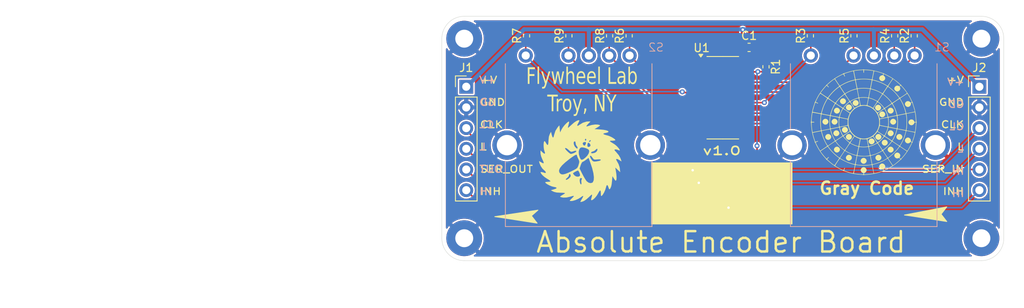
<source format=kicad_pcb>
(kicad_pcb (version 20240108) (generator "pcbnew") (generator_version "8.0")
  (layers (0 "F.Cu" signal) (31 "B.Cu" signal) (34 "B.Paste" user) (35 "F.Paste" user) (36 "B.SilkS" user "B.Silkscreen") (37 "F.SilkS" user "F.Silkscreen") (38 "B.Mask" user) (39 "F.Mask" user) (44 "Edge.Cuts" user))
  (net 0 "")
  (net 1 "GND")
  (net 2 "/LOAD")
  (net 3 "/SER_OUT")
  (net 4 "/CLK")
  (net 5 "VDD")
  (net 6 "/INH")
  (net 7 "/D0")
  (net 8 "/D1")
  (net 9 "/SER_IN")
  (net 10 "/D2")
  (net 11 "/D3")
  (net 12 "/D4")
  (net 13 "/D5")
  (net 14 "/D6")
  (net 16 "/D7")
  (footprint "Package_SO:SOIC-16_3.9x9.9mm_P1.27mm" (layer "F.Cu") (at 204.5 70)
    (property "Reference" "U1" (at -2.6 -6.119806 0) (layer "F.SilkS"))
    (property "Value" "74LS165")
    (pad "1" smd roundrect (at -2.475 -4.445) (size 1.95 0.6) (layers "F.Cu" "F.Paste" "F.Mask") (net 2 "/LOAD"))
    (pad "2" smd roundrect (at -2.475 -3.175) (size 1.95 0.6) (layers "F.Cu" "F.Paste" "F.Mask") (net 4 "/CLK"))
    (pad "3" smd roundrect (at -2.475 -1.905) (size 1.95 0.6) (layers "F.Cu" "F.Paste" "F.Mask") (net 12 "/D4"))
    (pad "4" smd roundrect (at -2.475 -0.635) (size 1.95 0.6) (layers "F.Cu" "F.Paste" "F.Mask") (net 13 "/D5"))
    (pad "5" smd roundrect (at -2.475 0.635) (size 1.95 0.6) (layers "F.Cu" "F.Paste" "F.Mask") (net 14 "/D6"))
    (pad "6" smd roundrect (at -2.475 1.905) (size 1.95 0.6) (layers "F.Cu" "F.Paste" "F.Mask") (net 16 "/D7"))
    (pad "7" smd roundrect (at -2.475 3.175) (size 1.95 0.6) (layers "F.Cu" "F.Paste" "F.Mask"))
    (pad "8" smd roundrect (at -2.475 4.445) (size 1.95 0.6) (layers "F.Cu" "F.Paste" "F.Mask") (net 1 "GND"))
    (pad "9" smd roundrect (at 2.475 4.445) (size 1.95 0.6) (layers "F.Cu" "F.Paste" "F.Mask") (net 3 "/SER_OUT"))
    (pad "10" smd roundrect (at 2.475 3.175) (size 1.95 0.6) (layers "F.Cu" "F.Paste" "F.Mask") (net 9 "/SER_IN"))
    (pad "11" smd roundrect (at 2.475 1.905) (size 1.95 0.6) (layers "F.Cu" "F.Paste" "F.Mask") (net 7 "/D0"))
    (pad "12" smd roundrect (at 2.475 0.635) (size 1.95 0.6) (layers "F.Cu" "F.Paste" "F.Mask") (net 8 "/D1"))
    (pad "13" smd roundrect (at 2.475 -0.635) (size 1.95 0.6) (layers "F.Cu" "F.Paste" "F.Mask") (net 10 "/D2"))
    (pad "14" smd roundrect (at 2.475 -1.905) (size 1.95 0.6) (layers "F.Cu" "F.Paste" "F.Mask") (net 11 "/D3"))
    (pad "15" smd roundrect (at 2.475 -3.175) (size 1.95 0.6) (layers "F.Cu" "F.Paste" "F.Mask") (net 6 "/INH"))
    (pad "16" smd roundrect (at 2.475 -4.445) (size 1.95 0.6) (layers "F.Cu" "F.Paste" "F.Mask") (net 5 "VDD"))
  )
  (footprint "MountingHole:MountingHole_2.2mm_M2_Pad_TopBottom" (layer "F.Cu") (at 172.75 62.75)
    (property "Reference" "H4" (hide yes))
    (property "Value" "Mount PTH")
    (pad "1" thru_hole circle (at 0 0) (size 2.6 2.6) (drill 2.2) (layers "*.Cu" "*.Mask") (net 1 "GND"))
    (pad "1" connect circle (at 0 0) (size 4.4 4.4) (layers "F.Cu" "F.Mask") (net 1 "GND"))
    (pad "1" connect circle (at 0 0) (size 4.4 4.4) (layers "B.Cu" "B.Mask") (net 1 "GND"))
  )
  (footprint "Resistor_SMD:R_0402_1005Metric" (layer "F.Cu") (at 220.6 62.4 90)
    (property "Reference" "R5" (at 0 -1.17 90) (layer "F.SilkS"))
    (property "Value" "100K")
    (pad "1" smd roundrect (at -0.51 0 90) (size 0.54 0.64) (layers "F.Cu" "F.Paste" "F.Mask") (net 11 "/D3"))
    (pad "2" smd roundrect (at 0.51 0 90) (size 0.54 0.64) (layers "F.Cu" "F.Paste" "F.Mask") (net 1 "GND"))
  )
  (footprint "MountingHole:MountingHole_2.2mm_M2_Pad_TopBottom" (layer "F.Cu") (at 236.25 87.25)
    (property "Reference" "H1" (hide yes))
    (property "Value" "Mount PTH")
    (pad "1" thru_hole circle (at 0 0) (size 2.6 2.6) (drill 2.2) (layers "*.Cu" "*.Mask") (net 1 "GND"))
    (pad "1" connect circle (at 0 0) (size 4.4 4.4) (layers "F.Cu" "F.Mask") (net 1 "GND"))
    (pad "1" connect circle (at 0 0) (size 4.4 4.4) (layers "B.Cu" "B.Mask") (net 1 "GND"))
  )
  (footprint "Connector_PinHeader_2.54mm:PinHeader_1x06_P2.54mm_Vertical" (layer "F.Cu") (at 173 68.65)
    (property "Reference" "J1" (at 0 -2.33 0) (layer "F.SilkS"))
    (property "Value" "PISO_OUT")
    (pad "1" thru_hole rect (at 0 0) (size 1.7 1.7) (drill 1) (layers "*.Cu" "*.Mask") (net 5 "VDD"))
    (pad "2" thru_hole oval (at 0 2.54) (size 1.7 1.7) (drill 1) (layers "*.Cu" "*.Mask") (net 1 "GND"))
    (pad "3" thru_hole oval (at 0 5.079999) (size 1.7 1.7) (drill 1) (layers "*.Cu" "*.Mask") (net 4 "/CLK"))
    (pad "4" thru_hole oval (at 0 7.62) (size 1.7 1.7) (drill 1) (layers "*.Cu" "*.Mask") (net 2 "/LOAD"))
    (pad "5" thru_hole oval (at 0 10.16) (size 1.7 1.7) (drill 1) (layers "*.Cu" "*.Mask") (net 3 "/SER_OUT"))
    (pad "6" thru_hole oval (at 0 12.7) (size 1.7 1.7) (drill 1) (layers "*.Cu" "*.Mask") (net 6 "/INH"))
  )
  (footprint "Resistor_SMD:R_0402_1005Metric" (layer "F.Cu") (at 193 62.4 90)
    (property "Reference" "R6" (at 0 -1.17 90) (layer "F.SilkS"))
    (property "Value" "100K")
    (pad "1" smd roundrect (at -0.51 0 90) (size 0.54 0.64) (layers "F.Cu" "F.Paste" "F.Mask") (net 12 "/D4"))
    (pad "2" smd roundrect (at 0.51 0 90) (size 0.54 0.64) (layers "F.Cu" "F.Paste" "F.Mask") (net 1 "GND"))
  )
  (footprint "Resistor_SMD:R_0402_1005Metric" (layer "F.Cu") (at 180.4 62.4 90)
    (property "Reference" "R7" (at 0 -1.17 90) (layer "F.SilkS"))
    (property "Value" "100K")
    (pad "1" smd roundrect (at -0.51 0 90) (size 0.54 0.64) (layers "F.Cu" "F.Paste" "F.Mask") (net 13 "/D5"))
    (pad "2" smd roundrect (at 0.51 0 90) (size 0.54 0.64) (layers "F.Cu" "F.Paste" "F.Mask") (net 1 "GND"))
  )
  (footprint "Resistor_SMD:R_0402_1005Metric" (layer "F.Cu") (at 185.6 62.4 90)
    (property "Reference" "R9" (at 0 -1.17 90) (layer "F.SilkS"))
    (property "Value" "100K")
    (pad "1" smd roundrect (at -0.51 0 90) (size 0.54 0.64) (layers "F.Cu" "F.Paste" "F.Mask") (net 16 "/D7"))
    (pad "2" smd roundrect (at 0.51 0 90) (size 0.54 0.64) (layers "F.Cu" "F.Paste" "F.Mask") (net 1 "GND"))
  )
  (footprint "Connector_PinHeader_2.54mm:PinHeader_1x06_P2.54mm_Vertical" (layer "F.Cu") (at 236 68.65)
    (property "Reference" "J2" (at 0 -2.33 0) (layer "F.SilkS"))
    (property "Value" "PISO_IN")
    (pad "1" thru_hole rect (at 0 0) (size 1.7 1.7) (drill 1) (layers "*.Cu" "*.Mask") (net 5 "VDD"))
    (pad "2" thru_hole oval (at 0 2.54) (size 1.7 1.7) (drill 1) (layers "*.Cu" "*.Mask") (net 1 "GND"))
    (pad "3" thru_hole oval (at 0 5.08) (size 1.7 1.7) (drill 1) (layers "*.Cu" "*.Mask") (net 4 "/CLK"))
    (pad "4" thru_hole oval (at 0 7.62) (size 1.7 1.7) (drill 1) (layers "*.Cu" "*.Mask") (net 2 "/LOAD"))
    (pad "5" thru_hole oval (at 0 10.16) (size 1.7 1.7) (drill 1) (layers "*.Cu" "*.Mask") (net 9 "/SER_IN"))
    (pad "6" thru_hole oval (at 0 12.7) (size 1.7 1.7) (drill 1) (layers "*.Cu" "*.Mask") (net 6 "/INH"))
  )
  (footprint "MountingHole:MountingHole_2.2mm_M2_Pad_TopBottom" (layer "F.Cu") (at 172.75 87.25)
    (property "Reference" "H3" (hide yes))
    (property "Value" "Mount PTH")
    (pad "1" thru_hole circle (at 0 0) (size 2.6 2.6) (drill 2.2) (layers "*.Cu" "*.Mask") (net 1 "GND"))
    (pad "1" connect circle (at 0 0) (size 4.4 4.4) (layers "F.Cu" "F.Mask") (net 1 "GND"))
    (pad "1" connect circle (at 0 0) (size 4.4 4.4) (layers "B.Cu" "B.Mask") (net 1 "GND"))
  )
  (footprint "Flywheel:GrayCodeWheel" (layer "F.Cu") (at 221.8 73 180)
    (property "Reference" "G***" (hide yes))
    (property "Value" "LOGO" (hide yes))
  )
  (footprint "Resistor_SMD:R_0402_1005Metric" (layer "F.Cu") (at 225.6 62.4 90)
    (property "Reference" "R4" (at 0 -1.17 90) (layer "F.SilkS"))
    (property "Value" "100K")
    (pad "1" smd roundrect (at -0.51 0 90) (size 0.54 0.64) (layers "F.Cu" "F.Paste" "F.Mask") (net 10 "/D2"))
    (pad "2" smd roundrect (at 0.51 0 90) (size 0.54 0.64) (layers "F.Cu" "F.Paste" "F.Mask") (net 1 "GND"))
  )
  (footprint "Resistor_SMD:R_0402_1005Metric" (layer "F.Cu") (at 215.25 62.4 90)
    (property "Reference" "R3" (at 0 -1.17 90) (layer "F.SilkS"))
    (property "Value" "100K")
    (pad "1" smd roundrect (at -0.51 0 90) (size 0.54 0.64) (layers "F.Cu" "F.Paste" "F.Mask") (net 8 "/D1"))
    (pad "2" smd roundrect (at 0.51 0 90) (size 0.54 0.64) (layers "F.Cu" "F.Paste" "F.Mask") (net 1 "GND"))
  )
  (footprint "Resistor_SMD:R_0402_1005Metric" (layer "F.Cu") (at 209.8 66.2 -90)
    (property "Reference" "R1" (at 0 -1.2 -90) (layer "F.SilkS"))
    (property "Value" "100K")
    (pad "1" smd roundrect (at -0.51 0 270) (size 0.54 0.64) (layers "F.Cu" "F.Paste" "F.Mask") (net 1 "GND"))
    (pad "2" smd roundrect (at 0.51 0 270) (size 0.54 0.64) (layers "F.Cu" "F.Paste" "F.Mask") (net 6 "/INH"))
  )
  (footprint "Capacitor_SMD:C_0603_1608Metric" (layer "F.Cu") (at 207.725 63.819804)
    (property "Reference" "C1" (at 0 -1.43 0) (layer "F.SilkS"))
    (property "Value" "0.1uF")
    (pad "1" smd roundrect (at -0.775 0) (size 0.9 0.95) (layers "F.Cu" "F.Paste" "F.Mask") (net 5 "VDD"))
    (pad "2" smd roundrect (at 0.775 0) (size 0.9 0.95) (layers "F.Cu" "F.Paste" "F.Mask") (net 1 "GND"))
  )
  (footprint "Resistor_SMD:R_0402_1005Metric" (layer "F.Cu") (at 190.6 62.4 90)
    (property "Reference" "R8" (at 0 -1.17 90) (layer "F.SilkS"))
    (property "Value" "100K")
    (pad "1" smd roundrect (at -0.51 0 90) (size 0.54 0.64) (layers "F.Cu" "F.Paste" "F.Mask") (net 14 "/D6"))
    (pad "2" smd roundrect (at 0.51 0 90) (size 0.54 0.64) (layers "F.Cu" "F.Paste" "F.Mask") (net 1 "GND"))
  )
  (footprint "Resistor_SMD:R_0402_1005Metric" (layer "F.Cu") (at 228 62.4 90)
    (property "Reference" "R2" (at 0 -1.17 90) (layer "F.SilkS"))
    (property "Value" "100K")
    (pad "1" smd roundrect (at -0.51 0 90) (size 0.54 0.64) (layers "F.Cu" "F.Paste" "F.Mask") (net 7 "/D0"))
    (pad "2" smd roundrect (at 0.51 0 90) (size 0.54 0.64) (layers "F.Cu" "F.Paste" "F.Mask") (net 1 "GND"))
  )
  (footprint "MountingHole:MountingHole_2.2mm_M2_Pad_TopBottom" (layer "F.Cu") (at 236.25 62.75)
    (property "Reference" "H2" (hide yes))
    (property "Value" "Mount PTH")
    (pad "1" thru_hole circle (at 0 0) (size 2.6 2.6) (drill 2.2) (layers "*.Cu" "*.Mask") (net 1 "GND"))
    (pad "1" connect circle (at 0 0) (size 4.4 4.4) (layers "F.Cu" "F.Mask") (net 1 "GND"))
    (pad "1" connect circle (at 0 0) (size 4.4 4.4) (layers "B.Cu" "B.Mask") (net 1 "GND"))
  )
  (footprint "Flywheel:Flywheel_Logo" (layer "F.Cu") (at 187 77.8)
    (property "Reference" "G***")
    (property "Value" "LOGO" (hide yes))
  )
  (footprint "Flywheel:PAC18R" (layer "B.Cu") (at 186.8 64.819806)
    (property "Reference" "S2" (at 9.5 -1 0) (layer "B.SilkS") (effects (font (thickness 0.1)) (justify mirror)))
    (property "Value" "~")
    (pad "1" thru_hole circle (at 6.25 0) (size 1.75 1.75) (drill 1) (layers "*.Cu" "*.Mask") (net 12 "/D4"))
    (pad "2" thru_hole circle (at -6.5 0) (size 1.75 1.75) (drill 1) (layers "*.Cu" "*.Mask") (net 13 "/D5"))
    (pad "3" thru_hole circle (at 3.75 0) (size 1.75 1.75) (drill 1) (layers "*.Cu" "*.Mask") (net 14 "/D6"))
    (pad "4" thru_hole circle (at -1.25 0) (size 1.75 1.75) (drill 1) (layers "*.Cu" "*.Mask") (net 16 "/D7"))
    (pad "5" thru_hole circle (at 1.25 0) (size 1.75 1.75) (drill 1) (layers "*.Cu" "*.Mask") (net 5 "VDD"))
    (pad "6" thru_hole circle (at -8.8 11) (size 3.6 3.6) (drill 2.5) (layers "*.Cu" "*.Mask") (net 1 "GND"))
    (pad "6" thru_hole circle (at 8.8 11) (size 3.6 3.6) (drill 2.5) (layers "*.Cu" "*.Mask") (net 1 "GND"))
  )
  (footprint "Flywheel:PAC18R" (layer "B.Cu") (at 221.8 64.819804)
    (property "Reference" "S1" (at 9.6 -1.019806 0) (layer "B.SilkS") (effects (font (thickness 0.1)) (justify mirror)))
    (property "Value" "~")
    (pad "1" thru_hole circle (at 6.25 0) (size 1.75 1.75) (drill 1) (layers "*.Cu" "*.Mask") (net 7 "/D0"))
    (pad "2" thru_hole circle (at -6.5 0) (size 1.75 1.75) (drill 1) (layers "*.Cu" "*.Mask") (net 8 "/D1"))
    (pad "3" thru_hole circle (at 3.75 0) (size 1.75 1.75) (drill 1) (layers "*.Cu" "*.Mask") (net 10 "/D2"))
    (pad "4" thru_hole circle (at -1.25 0) (size 1.75 1.75) (drill 1) (layers "*.Cu" "*.Mask") (net 11 "/D3"))
    (pad "5" thru_hole circle (at 1.25 0) (size 1.75 1.75) (drill 1) (layers "*.Cu" "*.Mask") (net 5 "VDD"))
    (pad "6" thru_hole circle (at -8.8 11) (size 3.6 3.6) (drill 2.5) (layers "*.Cu" "*.Mask") (net 1 "GND"))
    (pad "6" thru_hole circle (at 8.8 11) (size 3.6 3.6) (drill 2.5) (layers "*.Cu" "*.Mask") (net 1 "GND"))
  )
  (gr_poly (pts (xy 227.5 84.5) (xy 232 85.2) (xy 231.3 84.3) (xy 232 83.4) (xy 226.8 84.4)) (stroke (width 0.1)) (fill solid) (layer "F.SilkS"))
  (gr_rect (start 195.75 78) (end 213 85.5) (stroke (width 0.1)) (fill solid) (layer "F.SilkS"))
  (gr_poly (pts (xy 177.2 84.7) (xy 181.7 85.4) (xy 181 84.5) (xy 181.8 83.8) (xy 176.5 84.6)) (stroke (width 0.1)) (fill solid) (layer "F.SilkS"))
  (gr_line (start 236.25 60) (end 172.75 60) (stroke (width 0.05)) (layer "Edge.Cuts"))
  (gr_arc (start 170 62.75) (mid 170.805456 60.805456) (end 172.75 60) (stroke (width 0.05)) (layer "Edge.Cuts"))
  (gr_line (start 239 87.25) (end 239 62.75) (stroke (width 0.05)) (layer "Edge.Cuts"))
  (gr_arc (start 236.25 60) (mid 238.194544 60.805456) (end 239 62.75) (stroke (width 0.05)) (layer "Edge.Cuts"))
  (gr_line (start 172.75 90) (end 236.25 90) (stroke (width 0.05)) (layer "Edge.Cuts"))
  (gr_arc (start 239 87.25) (mid 238.194544 89.194544) (end 236.25 90) (stroke (width 0.05)) (layer "Edge.Cuts"))
  (gr_arc (start 172.75 90) (mid 170.805456 89.194544) (end 170 87.25) (stroke (width 0.05)) (layer "Edge.Cuts"))
  (gr_line (start 170 62.75) (end 170 87.25) (stroke (width 0.05)) (layer "Edge.Cuts"))
  (gr_text "+V\n\nGD\n\nCL\n\nL\n\nOUT\n\nIH" (at 174.5 82 0) (layer "B.SilkS") (effects (font (size 0.85 1)) (justify right bottom mirror)))
  (gr_text "+V\n\nGD\n\nCL\n\nL\n\nIN\n\nIH" (at 234.25 82.25 0) (layer "B.SilkS") (effects (font (size 0.85 1)) (justify left bottom mirror)))
  (gr_text "Gray Code" (at 216.2 82 0) (layer "F.SilkS") (effects (font (size 1.5 1.5) (thickness 0.3) (bold yes)) (justify left bottom)))
  (gr_text "+V\n\nGND\n\nCLK\n\nL\n\nSER_OUT\n\nINH" (at 174.6 82 0) (layer "F.SilkS") (effects (font (size 0.85 1)) (justify left bottom)))
  (gr_text "Flywheel Lab\nTroy, NY" (at 187.2 72 0) (layer "F.SilkS") (effects (font (size 2 1.5) (thickness 0.1)) (justify bottom)))
  (gr_text "+V\n\nGND\n\nCLK\n\nL\n\nSER_IN\n\nINH" (at 234.2 82 0) (layer "F.SilkS") (effects (font (size 0.85 1)) (justify right bottom)))
  (gr_text "v1.0" (at 201.9 77.1 0) (layer "F.SilkS") (effects (font (size 1 1.5) (thickness 0.2) (bold yes)) (justify left bottom)))
  (gr_text "Absolute Encoder Board" (at 181.4 89.2 0) (layer "F.SilkS") (effects (font (size 2.5 2.5) (thickness 0.3)) (justify left bottom)))
  (segment (start 205.1 76.9) (end 205.1 67.8) (width 0.2) (layer "F.Cu") (net 2))
  (segment (start 201.55 80.45) (end 205.1 76.9) (width 0.2) (layer "F.Cu") (net 2))
  (segment (start 177.23 80.5) (end 201.5 80.5) (width 0.2) (layer "F.Cu") (net 2))
  (segment (start 201.5 80.5) (end 201.55 80.45) (width 0.2) (layer "F.Cu") (net 2))
  (segment (start 173 76.27) (end 177.23 80.5) (width 0.2) (layer "F.Cu") (net 2))
  (segment (start 205.1 67.8) (end 202.855 65.555) (width 0.2) (layer "F.Cu") (net 2))
  (segment (start 202.855 65.555) (end 202.025 65.555) (width 0.2) (layer "F.Cu") (net 2))
  (via (at 201.55 80.45) (size 0.6) (drill 0.3) (layers "F.Cu" "B.Cu") (net 2))
  (segment (start 236 76.27) (end 231.82 80.45) (width 0.2) (layer "B.Cu") (net 2))
  (segment (start 231.82 80.45) (end 201.55 80.45) (width 0.2) (layer "B.Cu") (net 2))
  (segment (start 206.975 78.025) (end 206.975 74.445) (width 0.2) (layer "F.Cu") (net 3))
  (segment (start 173 78.81) (end 176.19 82) (width 0.2) (layer "F.Cu") (net 3))
  (segment (start 176.19 82) (end 203 82) (width 0.2) (layer "F.Cu") (net 3))
  (segment (start 203 82) (end 206.975 78.025) (width 0.2) (layer "F.Cu") (net 3))
  (segment (start 200.7 79) (end 200.8 78.9) (width 0.2) (layer "F.Cu") (net 4))
  (segment (start 173 74) (end 178 79) (width 0.2) (layer "F.Cu") (net 4))
  (segment (start 204 75.7) (end 204 67.9) (width 0.2) (layer "F.Cu") (net 4))
  (segment (start 200.8 78.9) (end 204 75.7) (width 0.2) (layer "F.Cu") (net 4))
  (segment (start 173 73.729999) (end 173 74) (width 0.2) (layer "F.Cu") (net 4))
  (segment (start 178 79) (end 200.7 79) (width 0.2) (layer "F.Cu") (net 4))
  (segment (start 202.925 66.825) (end 202.025 66.825) (width 0.2) (layer "F.Cu") (net 4))
  (segment (start 204 67.9) (end 202.925 66.825) (width 0.2) (layer "F.Cu") (net 4))
  (via (at 200.8 78.9) (size 0.6) (drill 0.3) (layers "F.Cu" "B.Cu") (net 4))
  (segment (start 230.83 78.9) (end 200.8 78.9) (width 0.2) (layer "B.Cu") (net 4))
  (segment (start 236 73.73) (end 230.83 78.9) (width 0.2) (layer "B.Cu") (net 4))
  (segment (start 206.975 65.555) (end 206.975 63.844804) (width 0.5) (layer "F.Cu") (net 5))
  (segment (start 206.95 61.65) (end 206.95 63.819804) (width 0.5) (layer "F.Cu") (net 5))
  (segment (start 206.975 63.844804) (end 206.95 63.819804) (width 0.5) (layer "F.Cu") (net 5))
  (via (at 206.95 61.65) (size 0.6) (drill 0.3) (layers "F.Cu" "B.Cu") (net 5))
  (segment (start 188.05 61.65) (end 188 61.6) (width 0.5) (layer "B.Cu") (net 5))
  (segment (start 188 61.6) (end 180.1 61.6) (width 0.5) (layer "B.Cu") (net 5))
  (segment (start 188.05 64.819806) (end 188.05 61.65) (width 0.5) (layer "B.Cu") (net 5))
  (segment (start 180.1 61.6) (end 173.05 68.65) (width 0.5) (layer "B.Cu") (net 5))
  (segment (start 223.05 64.819806) (end 223.05 61.65) (width 0.5) (layer "B.Cu") (net 5))
  (segment (start 236 68.6) (end 236 68.65) (width 0.5) (layer "B.Cu") (net 5))
  (segment (start 206.9 61.6) (end 188 61.6) (width 0.5) (layer "B.Cu") (net 5))
  (segment (start 206.95 61.65) (end 206.9 61.6) (width 0.5) (layer "B.Cu") (net 5))
  (segment (start 229 61.6) (end 236 68.6) (width 0.5) (layer "B.Cu") (net 5))
  (segment (start 223.05 61.65) (end 223 61.6) (width 0.5) (layer "B.Cu") (net 5))
  (segment (start 173.05 68.65) (end 173 68.65) (width 0.5) (layer "B.Cu") (net 5))
  (segment (start 206.95 61.65) (end 207 61.6) (width 0.5) (layer "B.Cu") (net 5))
  (segment (start 223 61.6) (end 229 61.6) (width 0.5) (layer "B.Cu") (net 5))
  (segment (start 207 61.6) (end 223 61.6) (width 0.5) (layer "B.Cu") (net 5))
  (segment (start 209.79 66.71) (end 209.8 66.71) (width 0.2) (layer "F.Cu") (net 6))
  (segment (start 208.775 66.825) (end 206.975 66.825) (width 0.2) (layer "F.Cu") (net 6))
  (segment (start 175.15 83.5) (end 173 81.35) (width 0.2) (layer "F.Cu") (net 6))
  (segment (start 208.7 80) (end 208.7 75.9) (width 0.2) (layer "F.Cu") (net 6))
  (segment (start 205.2 83.5) (end 208.7 80) (width 0.2) (layer "F.Cu") (net 6))
  (segment (start 208.8 66.8) (end 209.7 66.8) (width 0.2) (layer "F.Cu") (net 6))
  (segment (start 209.7 66.8) (end 209.79 66.71) (width 0.2) (layer "F.Cu") (net 6))
  (segment (start 208.8 66.8) (end 208.775 66.825) (width 0.2) (layer "F.Cu") (net 6))
  (segment (start 205.2 83.5) (end 175.15 83.5) (width 0.2) (layer "F.Cu") (net 6))
  (via (at 208.8 66.8) (size 0.6) (drill 0.3) (layers "F.Cu" "B.Cu") (net 6))
  (via (at 208.7 75.9) (size 0.6) (drill 0.3) (layers "F.Cu" "B.Cu") (net 6))
  (via (at 205.2 83.5) (size 0.6) (drill 0.3) (layers "F.Cu" "B.Cu") (net 6))
  (segment (start 233.85 83.5) (end 236 81.35) (width 0.2) (layer "B.Cu") (net 6))
  (segment (start 208.7 75.9) (end 208.7 66.9) (width 0.2) (layer "B.Cu") (net 6))
  (segment (start 205.2 83.5) (end 233.85 83.5) (width 0.2) (layer "B.Cu") (net 6))
  (segment (start 208.7 66.9) (end 208.8 66.8) (width 0.2) (layer "B.Cu") (net 6))
  (segment (start 206.98 71.9) (end 206.975 71.905) (width 0.2) (layer "F.Cu") (net 7))
  (segment (start 220.969805 71.9) (end 206.98 71.9) (width 0.2) (layer "F.Cu") (net 7))
  (segment (start 228.05 64.819806) (end 228.05 62.96) (width 0.2) (layer "F.Cu") (net 7))
  (segment (start 228.049999 64.819806) (end 220.969805 71.9) (width 0.2) (layer "F.Cu") (net 7))
  (segment (start 228.05 62.96) (end 228 62.91) (width 0.2) (layer "F.Cu") (net 7))
  (segment (start 207.01 70.6) (end 206.975 70.635) (width 0.2) (layer "F.Cu") (net 8))
  (segment (start 215.3 64.819806) (end 215.3 62.96) (width 0.2) (layer "F.Cu") (net 8))
  (segment (start 209.6 70.6) (end 207.01 70.6) (width 0.2) (layer "F.Cu") (net 8))
  (segment (start 215.3 62.96) (end 215.25 62.91) (width 0.2) (layer "F.Cu") (net 8))
  (via (at 209.6 70.6) (size 0.6) (drill 0.3) (layers "F.Cu" "B.Cu") (net 8))
  (segment (start 209.6 70.6) (end 209.6 70.519806) (width 0.2) (layer "B.Cu") (net 8))
  (segment (start 209.6 70.519806) (end 215.3 64.819806) (width 0.2) (layer "B.Cu") (net 8))
  (segment (start 224.21 78.81) (end 218.575 73.175) (width 0.2) (layer "F.Cu") (net 9))
  (segment (start 236 78.81) (end 224.21 78.81) (width 0.2) (layer "F.Cu") (net 9))
  (segment (start 218.575 73.175) (end 206.975 73.175) (width 0.2) (layer "F.Cu") (net 9))
  (segment (start 225.55 64.819806) (end 225.55 62.96) (width 0.2) (layer "F.Cu") (net 10))
  (segment (start 225.549999 64.819806) (end 221.069805 69.3) (width 0.2) (layer "F.Cu") (net 10))
  (segment (start 225.55 62.96) (end 225.6 62.91) (width 0.2) (layer "F.Cu") (net 10))
  (segment (start 221.069805 69.3) (end 207.04 69.3) (width 0.2) (layer "F.Cu") (net 10))
  (segment (start 207.04 69.3) (end 206.975 69.365) (width 0.2) (layer "F.Cu") (net 10))
  (segment (start 220.55 64.819806) (end 220.55 62.96) (width 0.2) (layer "F.Cu") (net 11))
  (segment (start 217.274807 68.095) (end 220.550001 64.819806) (width 0.2) (layer "F.Cu") (net 11))
  (segment (start 206.975 68.095) (end 217.274807 68.095) (width 0.2) (layer "F.Cu") (net 11))
  (segment (start 220.55 62.96) (end 220.6 62.91) (width 0.2) (layer "F.Cu") (net 11))
  (segment (start 193.05 64.819806) (end 193.05 62.96) (width 0.2) (layer "F.Cu") (net 12))
  (segment (start 193.05 62.96) (end 193 62.91) (width 0.2) (layer "F.Cu") (net 12))
  (segment (start 193.049999 64.819806) (end 196.330193 68.1) (width 0.2) (layer "F.Cu") (net 12))
  (segment (start 196.330193 68.1) (end 202.02 68.1) (width 0.2) (layer "F.Cu") (net 12))
  (segment (start 202.02 68.1) (end 202.025 68.095) (width 0.2) (layer "F.Cu") (net 12))
  (segment (start 180.3 63.01) (end 180.4 62.91) (width 0.2) (layer "F.Cu") (net 13))
  (segment (start 199.615 69.365) (end 202.025 69.365) (width 0.2) (layer "F.Cu") (net 13))
  (segment (start 199.525 69.275) (end 199.615 69.365) (width 0.2) (layer "F.Cu") (net 13))
  (segment (start 180.3 64.819806) (end 180.3 63.01) (width 0.2) (layer "F.Cu") (net 13))
  (via (at 199.525 69.275) (size 0.6) (drill 0.3) (layers "F.Cu" "B.Cu") (net 13))
  (segment (start 199.525 69.275) (end 199.5 69.25) (width 0.2) (layer "B.Cu") (net 13))
  (segment (start 199.5 69.25) (end 184.730194 69.25) (width 0.2) (layer "B.Cu") (net 13))
  (segment (start 184.730194 69.25) (end 180.3 64.819806) (width 0.2) (layer "B.Cu") (net 13))
  (segment (start 190.549999 64.819806) (end 196.365193 70.635) (width 0.2) (layer "F.Cu") (net 14))
  (segment (start 190.55 64.819806) (end 190.55 62.96) (width 0.2) (layer "F.Cu") (net 14))
  (segment (start 196.365193 70.635) (end 202.025 70.635) (width 0.2) (layer "F.Cu") (net 14))
  (segment (start 190.55 62.96) (end 190.6 62.91) (width 0.2) (layer "F.Cu") (net 14))
  (segment (start 185.55 62.96) (end 185.6 62.91) (width 0.2) (layer "F.Cu") (net 16))
  (segment (start 185.55 64.819806) (end 185.55 62.96) (width 0.2) (layer "F.Cu") (net 16))
  (segment (start 192.635195 71.905) (end 202.025 71.905) (width 0.2) (layer "F.Cu") (net 16))
  (segment (start 185.550001 64.819806) (end 192.635195 71.905) (width 0.2) (layer "F.Cu") (net 16))
  (zone (net 1) (net_name "GND") (layers "F&B.Cu") (connect_pads (clearance 0.2)) (min_thickness 0.2) (fill yes (thermal_gap 0.2) (thermal_bridge_width 0.5))
    (polygon (pts (xy 167.5 58) (xy 241.5 58) (xy 241.5 92.5) (xy 167.5 92.5)))
  )
)
</source>
